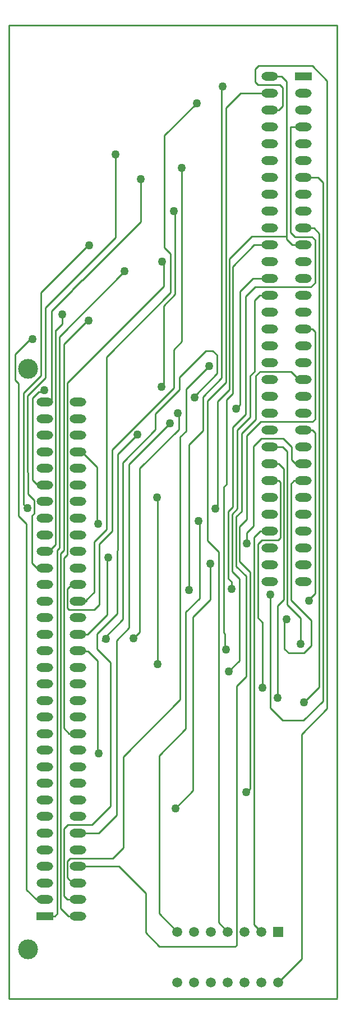
<source format=gtl>
%FSLAX44Y44*%
%MOMM*%
G71*
G01*
G75*
G04 Layer_Physical_Order=1*
G04 Layer_Color=255*
%ADD10C,0.2540*%
%ADD11C,1.5000*%
%ADD12R,1.5000X1.5000*%
%ADD13C,3.0000*%
%ADD14O,2.5000X1.3000*%
%ADD15R,2.5000X1.3000*%
%ADD16C,1.2700*%
D10*
X797000Y254200D02*
Y1721000D01*
X302000Y252600D02*
X797000D01*
X302000D02*
Y1721000D01*
X797000D01*
X695200Y1592600D02*
X708660D01*
X552958Y539750D02*
X579628Y566420D01*
X560324Y703580D02*
Y1100074D01*
X474218Y617474D02*
X560324Y703580D01*
X397600Y427400D02*
X406000D01*
X552704Y1315212D02*
Y1440200D01*
X535178Y1297686D02*
X552704Y1315212D01*
X535178Y1173226D02*
Y1297686D01*
X695200Y1059200D02*
X709148D01*
X716590Y1051758D01*
Y854344D02*
Y1051758D01*
X707644Y845398D02*
X716590Y854344D01*
X707644Y706628D02*
Y845398D01*
X406000Y502400D02*
X437376D01*
X406000Y802400D02*
X420638D01*
X379530Y389030D02*
X391160Y377400D01*
X406000D01*
X696214Y690880D02*
Y862076D01*
X746000Y1491000D02*
X768350D01*
X746000Y1414800D02*
X762000D01*
X342900Y402400D02*
X356000D01*
Y927400D02*
X361950D01*
X372310Y1261364D02*
X372872D01*
X406000Y1077400D02*
X411988D01*
X545846Y1317498D02*
Y1376172D01*
X406000Y852400D02*
X418816D01*
X618236Y367464D02*
X632200Y353500D01*
X618236Y367464D02*
Y843026D01*
X629313Y1182131D02*
Y1596077D01*
X651236Y1618000D01*
X695200D01*
X681482Y957600D02*
X695200D01*
X395986Y877400D02*
X406000D01*
X562864Y1244092D02*
Y1505712D01*
X732250Y1033800D02*
X746000D01*
X679978Y1313200D02*
X695200D01*
X672338Y1305560D02*
X679978Y1313200D01*
X672338Y1198626D02*
Y1305560D01*
X633476Y745998D02*
X639161Y751684D01*
X392556Y652400D02*
X406000D01*
X384610Y660346D02*
X392556Y652400D01*
X739902Y1186200D02*
X746000D01*
X674529Y1126711D02*
Y1192181D01*
X508000Y352298D02*
Y411760D01*
X467360Y452400D02*
X508000Y411760D01*
X406000Y452400D02*
X467360D01*
X389636Y402400D02*
X406000D01*
X384610Y407426D02*
X389636Y402400D01*
X695200Y1643400D02*
X712958D01*
X528320Y619252D02*
X568706Y659638D01*
X528320Y381180D02*
Y619252D01*
Y381180D02*
X556000Y353500D01*
X673354Y1325880D02*
X757428D01*
X609243Y1230122D02*
X615699Y1223666D01*
X671322Y1085596D02*
X683006Y1097280D01*
X671322Y965200D02*
Y1085596D01*
X746000Y1110000D02*
X759948D01*
X669818Y1338600D02*
X695200D01*
X650748Y1319530D02*
X669818Y1338600D01*
X695200Y1033800D02*
X708951D01*
X711510Y1031240D01*
X695200Y1084600D02*
X715264D01*
X721784Y1078080D01*
X746000Y1262400D02*
X759948D01*
X356000Y377400D02*
X370840D01*
X374396Y380956D01*
X377952Y1251204D02*
X476504Y1349756D01*
X418816Y852400D02*
Y854668D01*
X420182Y1275400D02*
X421800D01*
X384556Y1239774D02*
X420182Y1275400D01*
X350012Y1317812D02*
X418326Y1386126D01*
Y1391400D01*
X757428Y1325880D02*
X763800Y1332252D01*
X759948Y1262400D02*
X763800Y1258548D01*
Y1126800D02*
Y1258548D01*
X759800Y1122800D02*
X763800Y1126800D01*
X463042Y1401042D02*
Y1525778D01*
X356800Y1294800D02*
X463042Y1401042D01*
X397178Y1321378D02*
Y1321778D01*
X412118Y1336718D01*
X412518D01*
X500380Y1424580D01*
Y1488883D01*
X372872Y1261364D02*
X382000Y1270492D01*
Y1284600D01*
X337000Y1243200D02*
Y1247600D01*
X356000Y1152400D02*
X365800D01*
Y1178054D01*
X366000Y1178254D01*
Y1290200D01*
X397178Y1321378D01*
X356800Y1189200D02*
Y1294800D01*
X350012Y1192212D02*
Y1317812D01*
X346692Y1167892D02*
X354838D01*
X332800Y1246400D02*
X333800D01*
X337000Y1243200D01*
X310800Y1224400D02*
X332800Y1246400D01*
X324200Y998124D02*
X329438Y992886D01*
X324200Y998124D02*
Y1166400D01*
X350012Y1192212D01*
X329800Y1046899D02*
Y1162200D01*
X356800Y1189200D01*
X389690Y459890D02*
X394000Y464200D01*
X458200D01*
X474218Y480218D01*
Y617474D01*
X389690Y435310D02*
Y459890D01*
Y435310D02*
X397600Y427400D01*
X483200Y1058510D02*
X545084Y1120394D01*
X466000Y929042D02*
Y1074076D01*
X495808Y1103884D01*
X487400Y799600D02*
X493400D01*
X499200Y805400D01*
Y1052412D01*
X483200Y812200D02*
Y1058510D01*
X416800Y776800D02*
Y777400D01*
X406000D02*
X416800D01*
Y776800D02*
X420800D01*
X525400Y1009000D02*
X525780Y1008620D01*
Y757174D02*
Y1008620D01*
X683890Y944800D02*
X708200D01*
X711510Y948110D01*
Y1031240D01*
X508000Y352298D02*
X528898Y331400D01*
X643200D01*
X645198Y333398D01*
X437376Y502400D02*
X464200Y529224D01*
Y793200D01*
X483200Y812200D01*
X427370Y515000D02*
X455400Y543030D01*
Y759800D01*
X434400Y626800D02*
X435400Y627800D01*
Y762200D01*
X420800Y776800D02*
X435400Y762200D01*
X434400Y620600D02*
Y626800D01*
Y620600D02*
X436800Y623000D01*
X437200D01*
X328200Y417100D02*
X342900Y402400D01*
X328200Y417100D02*
Y918419D01*
X717804Y780396D02*
Y828294D01*
Y780396D02*
X724008Y774192D01*
X746760D01*
X573600Y868800D02*
Y1088712D01*
X616458Y990092D02*
Y1153658D01*
X634393Y1171593D01*
X630682Y1156282D02*
X639473Y1165073D01*
X601200Y943800D02*
Y1154018D01*
X629313Y1182131D01*
X581787Y1157859D02*
X583400Y1159472D01*
X573600Y1088712D02*
X594400Y1109512D01*
X560324Y1100074D02*
X569000Y1108750D01*
Y1172250D01*
X603718Y1206968D01*
X594400Y1109512D02*
Y1160600D01*
X606200Y906600D02*
X607800Y908200D01*
X607400D02*
X607800D01*
X618236Y843026D02*
X618800Y843590D01*
Y912678D01*
X601200Y943800D02*
X618600Y926400D01*
Y911400D02*
Y926400D01*
X579628Y566420D02*
Y828228D01*
X606200Y854800D01*
Y906600D01*
X568706Y659638D02*
Y836106D01*
X589280Y856680D01*
Y970320D01*
X660200Y564200D02*
X660466D01*
X328200Y918419D02*
X328400Y918619D01*
X336800Y909600D02*
X344000Y902400D01*
X356000D01*
X336800Y909600D02*
Y981400D01*
X339689Y984289D01*
X328400Y918619D02*
Y968800D01*
X316600Y980600D02*
X328400Y968800D01*
X310800Y1186000D02*
Y1224400D01*
Y1186000D02*
X316600Y1180200D01*
Y980600D02*
Y1180200D01*
X329800Y1046899D02*
X330400Y1046299D01*
Y1013400D02*
Y1046299D01*
Y1013400D02*
X339689Y1004111D01*
Y984289D02*
Y1004111D01*
X337200Y1035000D02*
Y1158400D01*
X346692Y1167892D01*
X344800Y1027400D02*
X356000D01*
X337200Y1035000D02*
X344800Y1027400D01*
X389690Y842264D02*
X392154Y839800D01*
X465400Y928442D02*
X466000Y929042D01*
X418816Y854668D02*
X430200Y866052D01*
X379530Y389030D02*
Y924130D01*
X384556Y929156D01*
Y1239774D01*
X384610Y660346D02*
Y917210D01*
X389636Y922236D01*
X389690Y842264D02*
Y870490D01*
X395986Y876786D01*
Y877400D01*
X438000Y938126D02*
X457400Y957526D01*
Y1080462D01*
X449000Y1220652D02*
X545846Y1317498D01*
X430200Y866052D02*
Y941800D01*
X449000Y960600D01*
Y1220652D01*
X435000Y975512D02*
Y1054388D01*
X411988Y1077400D02*
X435000Y1054388D01*
X435800Y968800D02*
X436200Y969200D01*
X389636Y922236D02*
Y1181636D01*
X535452Y1327452D01*
Y1364000D01*
X583400Y1159472D02*
Y1163200D01*
X615699Y1195499D01*
Y1223666D01*
X598922Y1230122D02*
X609243D01*
X559000Y1170886D02*
Y1190200D01*
X598922Y1230122D01*
X457400Y1080462D02*
X550400Y1173462D01*
Y1231628D01*
X562864Y1244092D01*
X473600Y1061610D02*
X523200Y1111210D01*
Y1135086D01*
X559000Y1170886D01*
X499200Y1052412D02*
X558000Y1111212D01*
Y1135060D01*
X557022Y1136038D02*
X558000Y1135060D01*
X536400Y1385618D02*
X545846Y1376172D01*
X536400Y1385618D02*
Y1554432D01*
X585216Y1603248D01*
X638000Y871998D02*
X642600D01*
X660466Y564200D02*
X665800Y569534D01*
X672200Y364300D02*
Y948318D01*
X681482Y957600D01*
X677400Y938310D02*
X683890Y944800D01*
X625800Y804844D02*
Y1024200D01*
X630682Y1029082D01*
Y1156282D01*
X614750Y991800D02*
X616458Y990092D01*
X613400Y991800D02*
X614750D01*
X650200Y964398D02*
X661162Y975360D01*
X717804Y828294D02*
X720600Y825498D01*
Y825000D02*
Y825498D01*
X755468Y855400D02*
X755600D01*
X755468D02*
X755634Y855234D01*
X721784Y847016D02*
Y1078080D01*
Y847016D02*
X742442Y826358D01*
Y787654D02*
Y826358D01*
X672200Y364300D02*
X683000Y353500D01*
X677400Y827200D02*
Y938310D01*
Y827200D02*
X684784Y819816D01*
Y721614D02*
Y819816D01*
X746760Y774192D02*
X757800Y785232D01*
Y823400D01*
X755000Y854800D02*
X755600Y855400D01*
X755000Y852800D02*
Y854800D01*
X632600Y886600D02*
Y987438D01*
Y886600D02*
X638000Y881200D01*
Y871998D02*
Y881200D01*
X638600Y897200D02*
Y983278D01*
Y897200D02*
X649800Y886000D01*
X645000Y904400D02*
Y979518D01*
Y904400D02*
X659600Y889800D01*
X650200Y911800D02*
Y964398D01*
Y911800D02*
X665800Y896200D01*
Y569534D02*
Y896200D01*
X661162Y955040D02*
X671322Y965200D01*
X661162Y955040D02*
X661200Y955002D01*
Y942200D02*
Y955002D01*
X727600Y853600D02*
X757800Y823400D01*
X727600Y853600D02*
Y1029150D01*
X732250Y1033800D01*
X696214Y690880D02*
X714694Y672400D01*
X746400D01*
X708400Y277300D02*
X744000Y312900D01*
Y651800D01*
X645198Y333398D02*
Y723998D01*
X659600Y738400D01*
Y889800D01*
X649800Y762600D02*
Y886000D01*
X634000Y746800D02*
X649800Y762600D01*
X627400Y786384D02*
Y803244D01*
X625800Y804844D02*
X627400Y803244D01*
X734800Y1059200D02*
X746000D01*
X728200Y1065800D02*
X734800Y1059200D01*
X683006Y1097280D02*
X715920D01*
X728200Y1085000D01*
Y1065800D02*
Y1085000D01*
X661162Y975360D02*
Y1102162D01*
X681800Y1122800D01*
X759800D01*
X644400Y1142800D02*
X646122D01*
X648722Y1145400D01*
X594400Y1160600D02*
X622600Y1188800D01*
Y1627015D01*
X624233Y1628648D01*
X659200Y1311726D02*
X673354Y1325880D01*
X665800Y1192088D02*
X672338Y1198626D01*
X659200Y1134200D02*
Y1311726D01*
X632600Y987438D02*
X639400Y994238D01*
Y1114400D01*
X659200Y1134200D01*
X638600Y983278D02*
X646800Y991478D01*
X645000Y979518D02*
X653400Y987918D01*
Y1105581D01*
X674529Y1126711D01*
X646800Y991478D02*
Y1110600D01*
X665800Y1129600D01*
Y1192088D01*
X674529Y1192181D02*
X681148Y1198800D01*
X727302D01*
X739902Y1186200D01*
X733832Y1401800D02*
X759200D01*
X763800Y1397200D01*
Y1332252D02*
Y1397200D01*
X729400Y1389400D02*
X746000D01*
X673400Y1654800D02*
X678236Y1659636D01*
X759460D01*
X673400Y1635000D02*
Y1654800D01*
Y1635000D02*
X677400Y1631000D01*
X708660Y1592600D02*
X715000Y1598940D01*
X677400Y1631000D02*
X710400D01*
X715000Y1626400D01*
Y1598940D02*
Y1626400D01*
X639473Y1165073D02*
Y1356673D01*
X672200Y1389400D01*
X695200D01*
X634393Y1171593D02*
Y1368593D01*
X668200Y1402400D01*
X720598D01*
X374396Y380956D02*
Y928796D01*
X377952Y932352D01*
Y1251204D01*
X361950Y927400D02*
Y927550D01*
X372310Y937910D01*
Y1261364D01*
X445400Y796600D02*
X473600Y824800D01*
Y1061610D01*
X445400Y792000D02*
Y796600D01*
X445388Y795400D02*
X448400D01*
X442800Y792812D02*
X445388Y795400D01*
X434800Y780400D02*
X455400Y759800D01*
X420638Y802400D02*
X428000Y809762D01*
X434800Y780400D02*
Y803200D01*
X465400Y833800D01*
Y928442D01*
X428000Y809762D02*
Y810000D01*
X449600Y831600D01*
Y916800D01*
X392154Y839800D02*
X430800D01*
X438000Y847000D01*
Y938126D01*
X384610Y407426D02*
Y508810D01*
X390800Y515000D01*
X427370D01*
X650748Y1148348D02*
Y1319530D01*
X648722Y1146322D02*
X650748Y1148348D01*
X648722Y1145400D02*
Y1146322D01*
X532804Y1175600D02*
X535178Y1173226D01*
X532400Y1175600D02*
X532804D01*
X727200Y1408432D02*
X733832Y1401800D01*
X727200Y1408432D02*
Y1567200D01*
X746000D01*
X712958Y1643400D02*
X720598Y1635760D01*
Y1398202D02*
X729400Y1389400D01*
X720598Y1398202D02*
Y1635760D01*
X744000Y651800D02*
X782200Y690000D01*
Y1636896D01*
X759460Y1659636D02*
X782200Y1636896D01*
X746400Y672400D02*
X775800Y701800D01*
Y1483550D01*
X768350Y1491000D02*
X775800Y1483550D01*
X747192Y699592D02*
X770000Y722400D01*
Y1406800D01*
X762000Y1414800D02*
X770000Y1406800D01*
X755634Y855234D02*
X764000Y863600D01*
Y1105948D01*
X759948Y1110000D02*
X764000Y1105948D01*
D11*
X556000Y277300D02*
D03*
X581400D02*
D03*
X606800D02*
D03*
X632200D02*
D03*
X657600D02*
D03*
X683000D02*
D03*
X708400D02*
D03*
X556000Y353500D02*
D03*
X581400D02*
D03*
X606800D02*
D03*
X632200D02*
D03*
X657600D02*
D03*
X683000D02*
D03*
D12*
X708400D02*
D03*
D13*
X331000Y327400D02*
D03*
Y1202400D02*
D03*
D14*
X356000Y1152400D02*
D03*
Y1127400D02*
D03*
Y1102400D02*
D03*
Y1077400D02*
D03*
Y1052400D02*
D03*
Y1027400D02*
D03*
Y1002400D02*
D03*
Y977400D02*
D03*
Y952400D02*
D03*
Y927400D02*
D03*
Y902400D02*
D03*
Y877400D02*
D03*
Y852400D02*
D03*
Y827400D02*
D03*
Y802400D02*
D03*
Y777400D02*
D03*
Y752400D02*
D03*
Y727400D02*
D03*
Y702400D02*
D03*
Y677400D02*
D03*
Y652400D02*
D03*
Y627400D02*
D03*
Y602400D02*
D03*
Y577400D02*
D03*
Y552400D02*
D03*
Y527400D02*
D03*
Y502400D02*
D03*
Y477400D02*
D03*
Y452400D02*
D03*
Y427400D02*
D03*
Y402400D02*
D03*
X406000Y1152400D02*
D03*
Y1127400D02*
D03*
Y1102400D02*
D03*
Y1077400D02*
D03*
Y1052400D02*
D03*
Y1027400D02*
D03*
Y1002400D02*
D03*
Y977400D02*
D03*
Y952400D02*
D03*
Y927400D02*
D03*
Y902400D02*
D03*
Y877400D02*
D03*
Y852400D02*
D03*
Y827400D02*
D03*
Y802400D02*
D03*
Y777400D02*
D03*
Y752400D02*
D03*
Y727400D02*
D03*
Y702400D02*
D03*
Y677400D02*
D03*
Y652400D02*
D03*
Y627400D02*
D03*
Y602400D02*
D03*
Y577400D02*
D03*
Y552400D02*
D03*
Y527400D02*
D03*
Y502400D02*
D03*
Y477400D02*
D03*
Y452400D02*
D03*
Y427400D02*
D03*
Y402400D02*
D03*
Y377400D02*
D03*
X746000Y881400D02*
D03*
Y906800D02*
D03*
Y932200D02*
D03*
Y957600D02*
D03*
Y983000D02*
D03*
Y1008400D02*
D03*
Y1033800D02*
D03*
Y1059200D02*
D03*
Y1084600D02*
D03*
Y1110000D02*
D03*
Y1135400D02*
D03*
Y1160800D02*
D03*
Y1186200D02*
D03*
Y1211600D02*
D03*
Y1237000D02*
D03*
Y1262400D02*
D03*
Y1287800D02*
D03*
Y1313200D02*
D03*
Y1338600D02*
D03*
Y1364000D02*
D03*
Y1389400D02*
D03*
Y1414800D02*
D03*
Y1440200D02*
D03*
Y1465600D02*
D03*
Y1491000D02*
D03*
Y1516400D02*
D03*
Y1541800D02*
D03*
Y1567200D02*
D03*
Y1592600D02*
D03*
Y1618000D02*
D03*
X695200Y881400D02*
D03*
Y906800D02*
D03*
Y932200D02*
D03*
Y957600D02*
D03*
Y983000D02*
D03*
Y1008400D02*
D03*
Y1033800D02*
D03*
Y1059200D02*
D03*
Y1084600D02*
D03*
Y1110000D02*
D03*
Y1135400D02*
D03*
Y1160800D02*
D03*
Y1186200D02*
D03*
Y1211600D02*
D03*
Y1237000D02*
D03*
Y1262400D02*
D03*
Y1287800D02*
D03*
Y1313200D02*
D03*
Y1338600D02*
D03*
Y1364000D02*
D03*
Y1389400D02*
D03*
Y1414800D02*
D03*
Y1440200D02*
D03*
Y1465600D02*
D03*
Y1491000D02*
D03*
Y1516400D02*
D03*
Y1541800D02*
D03*
Y1567200D02*
D03*
Y1592600D02*
D03*
Y1618000D02*
D03*
Y1643400D02*
D03*
D15*
X356000Y377400D02*
D03*
X746000Y1643400D02*
D03*
D16*
X552958Y539750D02*
D03*
X603718Y1206968D02*
D03*
X550704Y1440200D02*
D03*
X557022Y1136038D02*
D03*
X707644Y706628D02*
D03*
X545084Y1120394D02*
D03*
X696214Y862076D02*
D03*
X500380Y1488883D02*
D03*
X585216Y1603248D02*
D03*
X329438Y992886D02*
D03*
X562864Y1505712D02*
D03*
X525780Y757174D02*
D03*
X633476Y745998D02*
D03*
X533252Y1364000D02*
D03*
X495808Y1103884D02*
D03*
X354838Y1170692D02*
D03*
X463042Y1525778D02*
D03*
X624233Y1628648D02*
D03*
X581787Y1159659D02*
D03*
X684784Y721614D02*
D03*
X742442Y787654D02*
D03*
X476504Y1349756D02*
D03*
X421800Y1275400D02*
D03*
X423200Y1389200D02*
D03*
X382000Y1284600D02*
D03*
X337000Y1247600D02*
D03*
X489400Y795800D02*
D03*
X525400Y1009000D02*
D03*
X437200Y623000D02*
D03*
X587600Y973000D02*
D03*
X605600Y908400D02*
D03*
X574000Y868800D02*
D03*
X660200Y564200D02*
D03*
X451600Y918200D02*
D03*
X436200Y969200D02*
D03*
X637800Y870400D02*
D03*
X613400Y991800D02*
D03*
X720600Y825000D02*
D03*
X755000Y852800D02*
D03*
X661200Y939000D02*
D03*
X747600Y699400D02*
D03*
X629400Y779400D02*
D03*
X644400Y1142800D02*
D03*
X448400Y795400D02*
D03*
X532400Y1175600D02*
D03*
M02*

</source>
